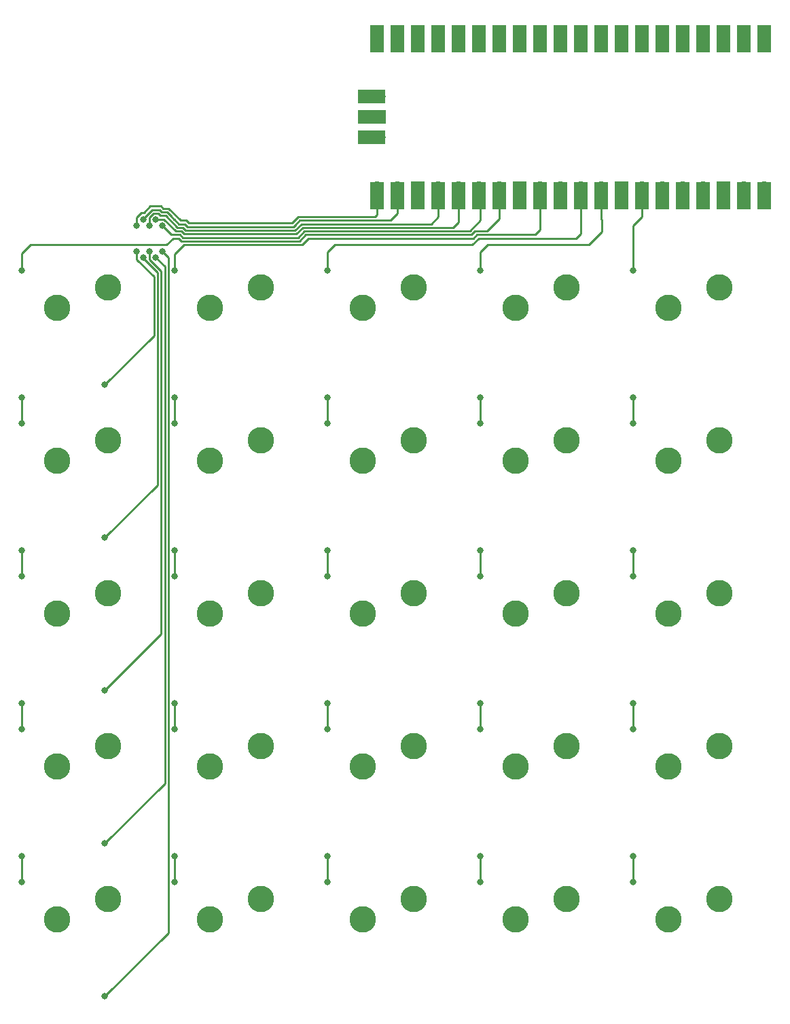
<source format=gbr>
%TF.GenerationSoftware,KiCad,Pcbnew,7.0.1*%
%TF.CreationDate,2023-04-16T00:18:29-05:00*%
%TF.ProjectId,5x5 Macro Pad,35783520-4d61-4637-926f-205061642e6b,rev?*%
%TF.SameCoordinates,Original*%
%TF.FileFunction,Copper,L1,Top*%
%TF.FilePolarity,Positive*%
%FSLAX46Y46*%
G04 Gerber Fmt 4.6, Leading zero omitted, Abs format (unit mm)*
G04 Created by KiCad (PCBNEW 7.0.1) date 2023-04-16 00:18:29*
%MOMM*%
%LPD*%
G01*
G04 APERTURE LIST*
%TA.AperFunction,ComponentPad*%
%ADD10C,3.300000*%
%TD*%
%TA.AperFunction,SMDPad,CuDef*%
%ADD11R,3.500000X1.700000*%
%TD*%
%TA.AperFunction,ComponentPad*%
%ADD12O,1.700000X1.700000*%
%TD*%
%TA.AperFunction,ComponentPad*%
%ADD13R,1.700000X1.700000*%
%TD*%
%TA.AperFunction,SMDPad,CuDef*%
%ADD14R,1.700000X3.500000*%
%TD*%
%TA.AperFunction,ViaPad*%
%ADD15C,0.800000*%
%TD*%
%TA.AperFunction,Conductor*%
%ADD16C,0.250000*%
%TD*%
G04 APERTURE END LIST*
D10*
%TO.P,MX25,1,1*%
%TO.N,COL4*%
X153352500Y-159385000D03*
%TO.P,MX25,2,2*%
%TO.N,Net-(D25-A)*%
X159702500Y-156845000D03*
%TD*%
%TO.P,MX24,1,1*%
%TO.N,COL3*%
X134302500Y-159385000D03*
%TO.P,MX24,2,2*%
%TO.N,Net-(D24-A)*%
X140652500Y-156845000D03*
%TD*%
%TO.P,MX23,1,1*%
%TO.N,COL2*%
X115252500Y-159385000D03*
%TO.P,MX23,2,2*%
%TO.N,Net-(D23-A)*%
X121602500Y-156845000D03*
%TD*%
%TO.P,MX22,1,1*%
%TO.N,COL1*%
X96202500Y-159385000D03*
%TO.P,MX22,2,2*%
%TO.N,Net-(D22-A)*%
X102552500Y-156845000D03*
%TD*%
%TO.P,MX21,1,1*%
%TO.N,COL0*%
X77152500Y-159385000D03*
%TO.P,MX21,2,2*%
%TO.N,Net-(D21-A)*%
X83502500Y-156845000D03*
%TD*%
%TO.P,MX20,1,1*%
%TO.N,COL4*%
X153352500Y-140335000D03*
%TO.P,MX20,2,2*%
%TO.N,Net-(D20-A)*%
X159702500Y-137795000D03*
%TD*%
%TO.P,MX19,1,1*%
%TO.N,COL3*%
X134302500Y-140335000D03*
%TO.P,MX19,2,2*%
%TO.N,Net-(D19-A)*%
X140652500Y-137795000D03*
%TD*%
%TO.P,MX18,1,1*%
%TO.N,COL2*%
X115252500Y-140335000D03*
%TO.P,MX18,2,2*%
%TO.N,Net-(D18-A)*%
X121602500Y-137795000D03*
%TD*%
%TO.P,MX17,1,1*%
%TO.N,COL1*%
X96202500Y-140335000D03*
%TO.P,MX17,2,2*%
%TO.N,Net-(D17-A)*%
X102552500Y-137795000D03*
%TD*%
%TO.P,MX16,1,1*%
%TO.N,COL0*%
X77152500Y-140335000D03*
%TO.P,MX16,2,2*%
%TO.N,Net-(D16-A)*%
X83502500Y-137795000D03*
%TD*%
%TO.P,MX15,1,1*%
%TO.N,COL4*%
X153352500Y-121285000D03*
%TO.P,MX15,2,2*%
%TO.N,Net-(D15-A)*%
X159702500Y-118745000D03*
%TD*%
%TO.P,MX14,1,1*%
%TO.N,COL3*%
X134302500Y-121285000D03*
%TO.P,MX14,2,2*%
%TO.N,Net-(D14-A)*%
X140652500Y-118745000D03*
%TD*%
%TO.P,MX13,1,1*%
%TO.N,COL2*%
X115252500Y-121285000D03*
%TO.P,MX13,2,2*%
%TO.N,Net-(D13-A)*%
X121602500Y-118745000D03*
%TD*%
%TO.P,MX12,1,1*%
%TO.N,COL1*%
X96202500Y-121285000D03*
%TO.P,MX12,2,2*%
%TO.N,Net-(D12-A)*%
X102552500Y-118745000D03*
%TD*%
%TO.P,MX11,1,1*%
%TO.N,COL0*%
X77152500Y-121285000D03*
%TO.P,MX11,2,2*%
%TO.N,Net-(D11-A)*%
X83502500Y-118745000D03*
%TD*%
%TO.P,MX10,1,1*%
%TO.N,COL4*%
X153352500Y-102235000D03*
%TO.P,MX10,2,2*%
%TO.N,Net-(D10-A)*%
X159702500Y-99695000D03*
%TD*%
%TO.P,MX9,1,1*%
%TO.N,COL3*%
X134302500Y-102235000D03*
%TO.P,MX9,2,2*%
%TO.N,Net-(D9-A)*%
X140652500Y-99695000D03*
%TD*%
%TO.P,MX8,1,1*%
%TO.N,COL2*%
X115252500Y-102235000D03*
%TO.P,MX8,2,2*%
%TO.N,Net-(D8-A)*%
X121602500Y-99695000D03*
%TD*%
%TO.P,MX7,1,1*%
%TO.N,COL1*%
X96202500Y-102235000D03*
%TO.P,MX7,2,2*%
%TO.N,Net-(D7-A)*%
X102552500Y-99695000D03*
%TD*%
%TO.P,MX6,1,1*%
%TO.N,COL0*%
X77152500Y-102235000D03*
%TO.P,MX6,2,2*%
%TO.N,Net-(D6-A)*%
X83502500Y-99695000D03*
%TD*%
%TO.P,MX5,1,1*%
%TO.N,COL4*%
X153352500Y-83185000D03*
%TO.P,MX5,2,2*%
%TO.N,Net-(D5-A)*%
X159702500Y-80645000D03*
%TD*%
%TO.P,MX4,1,1*%
%TO.N,COL3*%
X134302500Y-83185000D03*
%TO.P,MX4,2,2*%
%TO.N,Net-(D4-A)*%
X140652500Y-80645000D03*
%TD*%
%TO.P,MX3,1,1*%
%TO.N,COL2*%
X115252500Y-83185000D03*
%TO.P,MX3,2,2*%
%TO.N,Net-(D3-A)*%
X121602500Y-80645000D03*
%TD*%
%TO.P,MX2,1,1*%
%TO.N,COL1*%
X96202500Y-83185000D03*
%TO.P,MX2,2,2*%
%TO.N,Net-(D2-A)*%
X102552500Y-80645000D03*
%TD*%
%TO.P,MX1,1,1*%
%TO.N,COL0*%
X77152500Y-83185000D03*
%TO.P,MX1,2,2*%
%TO.N,Net-(D1-A)*%
X83502500Y-80645000D03*
%TD*%
D11*
%TO.P,U1,43,SWDIO*%
%TO.N,unconnected-(U1-SWDIO-Pad43)*%
X116354500Y-61976000D03*
D12*
X117254500Y-61976000D03*
D11*
%TO.P,U1,42,GND*%
%TO.N,unconnected-(U1-GND-Pad42)*%
X116354500Y-59436000D03*
D13*
X117254500Y-59436000D03*
D11*
%TO.P,U1,41,SWCLK*%
%TO.N,unconnected-(U1-SWCLK-Pad41)*%
X116354500Y-56896000D03*
D12*
X117254500Y-56896000D03*
D14*
%TO.P,U1,40,VBUS*%
%TO.N,unconnected-(U1-VBUS-Pad40)*%
X165284500Y-69226000D03*
D12*
X165284500Y-68326000D03*
D14*
%TO.P,U1,39,VSYS*%
%TO.N,unconnected-(U1-VSYS-Pad39)*%
X162744500Y-69226000D03*
D12*
X162744500Y-68326000D03*
D14*
%TO.P,U1,38,GND*%
%TO.N,unconnected-(U1-GND-Pad38)*%
X160204500Y-69226000D03*
D13*
X160204500Y-68326000D03*
D14*
%TO.P,U1,37,3V3_EN*%
%TO.N,unconnected-(U1-3V3_EN-Pad37)*%
X157664500Y-69226000D03*
D12*
X157664500Y-68326000D03*
D14*
%TO.P,U1,36,3V3*%
%TO.N,unconnected-(U1-3V3-Pad36)*%
X155124500Y-69226000D03*
D12*
X155124500Y-68326000D03*
D14*
%TO.P,U1,35,ADC_VREF*%
%TO.N,unconnected-(U1-ADC_VREF-Pad35)*%
X152584500Y-69226000D03*
D12*
X152584500Y-68326000D03*
D14*
%TO.P,U1,34,GPIO28_ADC2*%
%TO.N,COL4*%
X150044500Y-69226000D03*
D12*
X150044500Y-68326000D03*
D14*
%TO.P,U1,33,AGND*%
%TO.N,unconnected-(U1-AGND-Pad33)*%
X147504500Y-69226000D03*
D13*
X147504500Y-68326000D03*
D14*
%TO.P,U1,32,GPIO27_ADC1*%
%TO.N,COL3*%
X144964500Y-69226000D03*
D12*
X144964500Y-68326000D03*
D14*
%TO.P,U1,31,GPIO26_ADC0*%
%TO.N,COL2*%
X142424500Y-69226000D03*
D12*
X142424500Y-68326000D03*
D14*
%TO.P,U1,30,RUN*%
%TO.N,unconnected-(U1-RUN-Pad30)*%
X139884500Y-69226000D03*
D12*
X139884500Y-68326000D03*
D14*
%TO.P,U1,29,GPIO22*%
%TO.N,COL1*%
X137344500Y-69226000D03*
D12*
X137344500Y-68326000D03*
D14*
%TO.P,U1,28,GND*%
%TO.N,unconnected-(U1-GND-Pad28)*%
X134804500Y-69226000D03*
D13*
X134804500Y-68326000D03*
D14*
%TO.P,U1,27,GPIO21*%
%TO.N,COL0*%
X132264500Y-69226000D03*
D12*
X132264500Y-68326000D03*
D14*
%TO.P,U1,26,GPIO20*%
%TO.N,ROW4*%
X129724500Y-69226000D03*
D12*
X129724500Y-68326000D03*
D14*
%TO.P,U1,25,GPIO19*%
%TO.N,ROW3*%
X127184500Y-69226000D03*
D12*
X127184500Y-68326000D03*
D14*
%TO.P,U1,24,GPIO18*%
%TO.N,ROW2*%
X124644500Y-69226000D03*
D12*
X124644500Y-68326000D03*
D14*
%TO.P,U1,23,GND*%
%TO.N,unconnected-(U1-GND-Pad23)*%
X122104500Y-69226000D03*
D13*
X122104500Y-68326000D03*
D14*
%TO.P,U1,22,GPIO17*%
%TO.N,ROW1*%
X119564500Y-69226000D03*
D12*
X119564500Y-68326000D03*
D14*
%TO.P,U1,21,GPIO16*%
%TO.N,ROW0*%
X117024500Y-69226000D03*
D12*
X117024500Y-68326000D03*
D14*
%TO.P,U1,20,GPIO15*%
%TO.N,unconnected-(U1-GPIO15-Pad20)*%
X117024500Y-49646000D03*
D12*
X117024500Y-50546000D03*
D14*
%TO.P,U1,19,GPIO14*%
%TO.N,unconnected-(U1-GPIO14-Pad19)*%
X119564500Y-49646000D03*
D12*
X119564500Y-50546000D03*
D14*
%TO.P,U1,18,GND*%
%TO.N,unconnected-(U1-GND-Pad18)*%
X122104500Y-49646000D03*
D13*
X122104500Y-50546000D03*
D14*
%TO.P,U1,17,GPIO13*%
%TO.N,unconnected-(U1-GPIO13-Pad17)*%
X124644500Y-49646000D03*
D12*
X124644500Y-50546000D03*
D14*
%TO.P,U1,16,GPIO12*%
%TO.N,unconnected-(U1-GPIO12-Pad16)*%
X127184500Y-49646000D03*
D12*
X127184500Y-50546000D03*
D14*
%TO.P,U1,15,GPIO11*%
%TO.N,unconnected-(U1-GPIO11-Pad15)*%
X129724500Y-49646000D03*
D12*
X129724500Y-50546000D03*
D14*
%TO.P,U1,14,GPIO10*%
%TO.N,unconnected-(U1-GPIO10-Pad14)*%
X132264500Y-49646000D03*
D12*
X132264500Y-50546000D03*
D14*
%TO.P,U1,13,GND*%
%TO.N,unconnected-(U1-GND-Pad13)*%
X134804500Y-49646000D03*
D13*
X134804500Y-50546000D03*
D14*
%TO.P,U1,12,GPIO9*%
%TO.N,unconnected-(U1-GPIO9-Pad12)*%
X137344500Y-49646000D03*
D12*
X137344500Y-50546000D03*
D14*
%TO.P,U1,11,GPIO8*%
%TO.N,unconnected-(U1-GPIO8-Pad11)*%
X139884500Y-49646000D03*
D12*
X139884500Y-50546000D03*
D14*
%TO.P,U1,10,GPIO7*%
%TO.N,unconnected-(U1-GPIO7-Pad10)*%
X142424500Y-49646000D03*
D12*
X142424500Y-50546000D03*
D14*
%TO.P,U1,9,GPIO6*%
%TO.N,unconnected-(U1-GPIO6-Pad9)*%
X144964500Y-49646000D03*
D12*
X144964500Y-50546000D03*
D14*
%TO.P,U1,8,GND*%
%TO.N,unconnected-(U1-GND-Pad8)*%
X147504500Y-49646000D03*
D13*
X147504500Y-50546000D03*
D14*
%TO.P,U1,7,GPIO5*%
%TO.N,unconnected-(U1-GPIO5-Pad7)*%
X150044500Y-49646000D03*
D12*
X150044500Y-50546000D03*
D14*
%TO.P,U1,6,GPIO4*%
%TO.N,unconnected-(U1-GPIO4-Pad6)*%
X152584500Y-49646000D03*
D12*
X152584500Y-50546000D03*
D14*
%TO.P,U1,5,GPIO3*%
%TO.N,unconnected-(U1-GPIO3-Pad5)*%
X155124500Y-49646000D03*
D12*
X155124500Y-50546000D03*
D14*
%TO.P,U1,4,GPIO2*%
%TO.N,unconnected-(U1-GPIO2-Pad4)*%
X157664500Y-49646000D03*
D12*
X157664500Y-50546000D03*
D14*
%TO.P,U1,3,GND*%
%TO.N,unconnected-(U1-GND-Pad3)*%
X160204500Y-49646000D03*
D13*
X160204500Y-50546000D03*
D14*
%TO.P,U1,2,GPIO1*%
%TO.N,unconnected-(U1-GPIO1-Pad2)*%
X162744500Y-49646000D03*
D12*
X162744500Y-50546000D03*
D14*
%TO.P,U1,1,GPIO0*%
%TO.N,unconnected-(U1-GPIO0-Pad1)*%
X165284500Y-49646000D03*
D12*
X165284500Y-50546000D03*
%TD*%
D15*
%TO.N,ROW0*%
X87052500Y-72961500D03*
%TO.N,ROW1*%
X87846250Y-72167750D03*
%TO.N,ROW2*%
X88640000Y-72961500D03*
%TO.N,ROW3*%
X89433750Y-72167750D03*
%TO.N,ROW4*%
X90227500Y-72961500D03*
%TO.N,ROW0*%
X87052500Y-76136500D03*
%TO.N,ROW1*%
X87846250Y-76930250D03*
%TO.N,ROW2*%
X88640000Y-76136500D03*
%TO.N,ROW3*%
X89433750Y-76930250D03*
%TO.N,ROW4*%
X90227500Y-76136500D03*
X83083750Y-169005250D03*
%TO.N,ROW3*%
X83083750Y-149955250D03*
%TO.N,ROW2*%
X83083750Y-130905250D03*
%TO.N,ROW1*%
X83083750Y-111855250D03*
%TO.N,ROW0*%
X83083750Y-92805250D03*
%TO.N,COL4*%
X148965000Y-78517750D03*
%TO.N,COL3*%
X129915000Y-78517750D03*
%TO.N,COL4*%
X148965000Y-97567750D03*
X148965000Y-94392750D03*
X148965000Y-116617750D03*
X148965000Y-113442750D03*
X148965000Y-135667750D03*
X148965000Y-132492750D03*
X148965000Y-154717750D03*
X148965000Y-151542750D03*
%TO.N,COL3*%
X129915000Y-97567750D03*
X129915000Y-94392750D03*
X129915000Y-116617750D03*
X129915000Y-113442750D03*
X129915000Y-135667750D03*
X129915000Y-132492750D03*
X129915000Y-154717750D03*
X129915000Y-151542750D03*
%TO.N,COL2*%
X110865000Y-78517750D03*
X110865000Y-97567750D03*
X110865000Y-94392750D03*
X110865000Y-116617750D03*
X110865000Y-113442750D03*
X110865000Y-135667750D03*
X110865000Y-132492750D03*
X110865000Y-154717750D03*
X110865000Y-151542750D03*
%TO.N,COL1*%
X91815000Y-78517750D03*
%TO.N,COL0*%
X72765000Y-78517750D03*
X72765000Y-94392750D03*
X72765000Y-97567750D03*
X72765000Y-113442750D03*
X72765000Y-116617750D03*
X72765000Y-132492750D03*
X72765000Y-135667750D03*
X72765000Y-151542750D03*
X72765000Y-154717750D03*
%TO.N,COL1*%
X91815000Y-94392750D03*
X91815000Y-97567750D03*
X91815000Y-113442750D03*
X91815000Y-116617750D03*
X91815000Y-132492750D03*
X91815000Y-135667750D03*
X91815000Y-151542750D03*
X91815000Y-154717750D03*
%TD*%
D16*
%TO.N,COL1*%
X91815000Y-132492750D02*
X91815000Y-135667750D01*
%TO.N,COL0*%
X132264500Y-72093250D02*
X132264500Y-68326000D01*
X130708750Y-73649000D02*
X132264500Y-72093250D01*
X129227500Y-73649000D02*
X130708750Y-73649000D01*
X128777500Y-74099000D02*
X129227500Y-73649000D01*
X108140000Y-74099000D02*
X128777500Y-74099000D01*
X92608750Y-74892750D02*
X107346250Y-74892750D01*
X92265000Y-74549000D02*
X92608750Y-74892750D01*
X91583445Y-74549000D02*
X92265000Y-74549000D01*
X73818750Y-75342750D02*
X90789695Y-75342750D01*
X72765000Y-78517750D02*
X72765000Y-76396500D01*
X90789695Y-75342750D02*
X91583445Y-74549000D01*
X107346250Y-74892750D02*
X108140000Y-74099000D01*
X72765000Y-76396500D02*
X73818750Y-75342750D01*
%TO.N,COL2*%
X129683445Y-74549000D02*
X141821250Y-74549000D01*
X141821250Y-74549000D02*
X142424500Y-73945750D01*
X128889695Y-75342750D02*
X129683445Y-74549000D01*
X110865000Y-76237750D02*
X111760000Y-75342750D01*
X111760000Y-75342750D02*
X128889695Y-75342750D01*
X142424500Y-73945750D02*
X142424500Y-68326000D01*
X110865000Y-78517750D02*
X110865000Y-76237750D01*
%TO.N,COL3*%
X144964500Y-72199500D02*
X144964500Y-68326000D01*
X143408750Y-75342750D02*
X144996250Y-73755250D01*
X144996250Y-73755250D02*
X144996250Y-72231250D01*
X130810000Y-75342750D02*
X143408750Y-75342750D01*
X129915000Y-78517750D02*
X129915000Y-76237750D01*
X129915000Y-76237750D02*
X130810000Y-75342750D01*
X144996250Y-72231250D02*
X144964500Y-72199500D01*
%TO.N,COL1*%
X137344500Y-73469500D02*
X137344500Y-68326000D01*
X136715000Y-74099000D02*
X137344500Y-73469500D01*
X129047049Y-74549000D02*
X129497049Y-74099000D01*
X129497049Y-74099000D02*
X136715000Y-74099000D01*
X92964000Y-75342750D02*
X107690000Y-75342750D01*
X91815000Y-76491750D02*
X92964000Y-75342750D01*
X91815000Y-78517750D02*
X91815000Y-76491750D01*
X107690000Y-75342750D02*
X108483750Y-74549000D01*
X108483750Y-74549000D02*
X129047049Y-74549000D01*
%TO.N,ROW0*%
X107208020Y-71849000D02*
X113246250Y-71849000D01*
X106414270Y-72642750D02*
X107208020Y-71849000D01*
X93588896Y-72642750D02*
X106414270Y-72642750D01*
X92499493Y-72299000D02*
X93245146Y-72299000D01*
X91006847Y-70806354D02*
X92499493Y-72299000D01*
X90370451Y-70806354D02*
X91006847Y-70806354D01*
X88760653Y-70542750D02*
X90106847Y-70542750D01*
X87052500Y-71936195D02*
X87614695Y-71374000D01*
X87929403Y-71374000D02*
X88760653Y-70542750D01*
X87052500Y-72961500D02*
X87052500Y-71936195D01*
X116740000Y-71849000D02*
X116421250Y-71849000D01*
X87614695Y-71374000D02*
X87929403Y-71374000D01*
X90106847Y-70542750D02*
X90370451Y-70806354D01*
X116421250Y-71849000D02*
X112452500Y-71849000D01*
X117024500Y-71564500D02*
X116740000Y-71849000D01*
X93245146Y-72299000D02*
X93588896Y-72642750D01*
X117024500Y-68326000D02*
X117024500Y-71564500D01*
%TO.N,ROW1*%
X91731847Y-72167750D02*
X91376548Y-71812451D01*
X91773423Y-72209326D02*
X91731847Y-72167750D01*
X92313097Y-72749000D02*
X91773423Y-72209326D01*
X92637792Y-72749000D02*
X92313097Y-72749000D01*
X93058750Y-72749000D02*
X92637792Y-72749000D01*
X93402500Y-73092750D02*
X93058750Y-72749000D01*
X94065000Y-73092750D02*
X93402500Y-73092750D01*
X94196250Y-73092750D02*
X94065000Y-73092750D01*
X106102500Y-73092750D02*
X94196250Y-73092750D01*
X106600666Y-73092750D02*
X106102500Y-73092750D01*
X107394416Y-72299000D02*
X106814083Y-72879333D01*
X107690000Y-72299000D02*
X107394416Y-72299000D01*
X118671250Y-72299000D02*
X107690000Y-72299000D01*
X118802500Y-72167750D02*
X118671250Y-72299000D01*
X119564500Y-71405750D02*
X118802500Y-72167750D01*
X106814083Y-72879333D02*
X106600666Y-73092750D01*
X119564500Y-68326000D02*
X119564500Y-71405750D01*
X90831847Y-71267750D02*
X91376549Y-71812452D01*
X90195451Y-71267750D02*
X90227500Y-71267750D01*
X89920451Y-70992750D02*
X90195451Y-71267750D01*
X90227500Y-71267750D02*
X90831847Y-71267750D01*
X88947049Y-70992750D02*
X89920451Y-70992750D01*
X87846250Y-72093549D02*
X88947049Y-70992750D01*
%TO.N,ROW2*%
X88640000Y-71936195D02*
X88640000Y-72961500D01*
X89133445Y-71442750D02*
X88640000Y-71936195D01*
X89734055Y-71442750D02*
X89133445Y-71442750D01*
X90009055Y-71717750D02*
X89734055Y-71442750D01*
X90645451Y-71717750D02*
X90009055Y-71717750D01*
X92824188Y-73199000D02*
X92126701Y-73199000D01*
X106787062Y-73542750D02*
X93167938Y-73542750D01*
X107580812Y-72749000D02*
X106787062Y-73542750D01*
X92126701Y-73199000D02*
X90645451Y-71717750D01*
X123777500Y-72749000D02*
X107580812Y-72749000D01*
X124644500Y-71882000D02*
X123777500Y-72749000D01*
X124644500Y-68326000D02*
X124644500Y-71882000D01*
X93167938Y-73542750D02*
X92824188Y-73199000D01*
%TO.N,ROW3*%
X90459055Y-72167750D02*
X89433750Y-72167750D01*
X92981542Y-73992750D02*
X92637792Y-73649000D01*
X91940305Y-73649000D02*
X90459055Y-72167750D01*
X106973458Y-73992750D02*
X92981542Y-73992750D01*
X126502500Y-73199000D02*
X107767208Y-73199000D01*
X127184500Y-72517000D02*
X126502500Y-73199000D01*
X107767208Y-73199000D02*
X106973458Y-73992750D01*
X92637792Y-73649000D02*
X91940305Y-73649000D01*
X127184500Y-68326000D02*
X127184500Y-72517000D01*
%TO.N,ROW4*%
X91365000Y-74099000D02*
X90227500Y-72961500D01*
X92451396Y-74099000D02*
X91365000Y-74099000D01*
X92795146Y-74442750D02*
X92451396Y-74099000D01*
X107159854Y-74442750D02*
X92795146Y-74442750D01*
X107953604Y-73649000D02*
X107159854Y-74442750D01*
X128591104Y-73649000D02*
X107953604Y-73649000D01*
X129915000Y-72325104D02*
X128591104Y-73649000D01*
X129915000Y-68516500D02*
X129915000Y-72325104D01*
X129724500Y-68326000D02*
X129915000Y-68516500D01*
%TO.N,COL4*%
X148965000Y-72961500D02*
X148965000Y-75342750D01*
X150044500Y-71882000D02*
X148965000Y-72961500D01*
X150044500Y-68326000D02*
X150044500Y-71882000D01*
%TO.N,ROW1*%
X87846250Y-72093549D02*
X87846250Y-72167750D01*
%TO.N,ROW0*%
X89221250Y-86667750D02*
X83083750Y-92805250D01*
X89221250Y-79330555D02*
X89221250Y-86667750D01*
X87052500Y-77161805D02*
X89221250Y-79330555D01*
X87052500Y-76136500D02*
X87052500Y-77161805D01*
%TO.N,ROW1*%
X89671250Y-78829451D02*
X89671250Y-93599000D01*
X88453604Y-77611805D02*
X89671250Y-78829451D01*
X87846250Y-77004451D02*
X88453604Y-77611805D01*
X87846250Y-76930250D02*
X87846250Y-77004451D01*
%TO.N,ROW2*%
X90121250Y-78643055D02*
X90121250Y-90424000D01*
X88640000Y-77161805D02*
X90121250Y-78643055D01*
X88640000Y-76136500D02*
X88640000Y-77161805D01*
%TO.N,ROW3*%
X90571250Y-78067750D02*
X89433750Y-76930250D01*
X90571250Y-142467750D02*
X90571250Y-78067750D01*
X83083750Y-149955250D02*
X90571250Y-142467750D01*
%TO.N,ROW4*%
X91021250Y-76930250D02*
X90227500Y-76136500D01*
X83083750Y-169005250D02*
X91021250Y-161067750D01*
X91021250Y-161067750D02*
X91021250Y-76930250D01*
%TO.N,ROW1*%
X89671250Y-105267750D02*
X89671250Y-93599000D01*
X83083750Y-111855250D02*
X89671250Y-105267750D01*
%TO.N,ROW2*%
X90121250Y-110267750D02*
X90121250Y-90424000D01*
X90121250Y-123867750D02*
X90121250Y-110267750D01*
X83083750Y-130905250D02*
X90121250Y-123867750D01*
%TO.N,COL0*%
X72765000Y-154717750D02*
X72765000Y-151542750D01*
X72765000Y-135667750D02*
X72765000Y-132492750D01*
%TO.N,COL1*%
X91815000Y-154717750D02*
X91815000Y-151542750D01*
%TO.N,COL2*%
X110865000Y-154717750D02*
X110865000Y-151542750D01*
X110865000Y-135667750D02*
X110865000Y-132492750D01*
%TO.N,COL4*%
X148965000Y-154717750D02*
X148965000Y-151542750D01*
%TO.N,COL3*%
X129915000Y-154717750D02*
X129915000Y-151542750D01*
X129915000Y-135667750D02*
X129915000Y-132492750D01*
%TO.N,COL4*%
X148965000Y-135667750D02*
X148965000Y-132492750D01*
X148965000Y-116617750D02*
X148965000Y-113442750D01*
%TO.N,COL3*%
X129915000Y-116617750D02*
X129915000Y-113442750D01*
%TO.N,COL2*%
X110865000Y-116617750D02*
X110865000Y-113442750D01*
%TO.N,COL1*%
X91815000Y-116617750D02*
X91815000Y-113442750D01*
%TO.N,COL0*%
X72765000Y-116617750D02*
X72765000Y-113442750D01*
X72765000Y-97567750D02*
X72765000Y-94392750D01*
%TO.N,COL1*%
X91815000Y-97567750D02*
X91815000Y-94392750D01*
%TO.N,COL2*%
X110865000Y-97567750D02*
X110865000Y-94392750D01*
%TO.N,COL3*%
X129915000Y-97567750D02*
X129915000Y-94392750D01*
%TO.N,COL4*%
X148965000Y-97567750D02*
X148965000Y-94392750D01*
X148965000Y-75342750D02*
X148965000Y-78517750D01*
%TD*%
M02*

</source>
